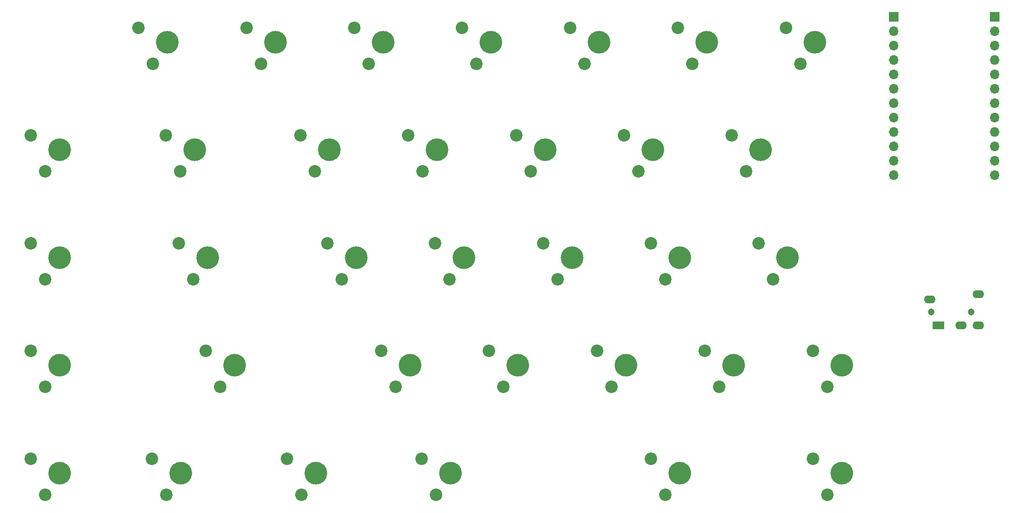
<source format=gbr>
%TF.GenerationSoftware,KiCad,Pcbnew,(6.0.4)*%
%TF.CreationDate,2022-03-31T08:58:10-07:00*%
%TF.ProjectId,hip-factor-3-l,6869702d-6661-4637-946f-722d332d6c2e,rev?*%
%TF.SameCoordinates,Original*%
%TF.FileFunction,Soldermask,Top*%
%TF.FilePolarity,Negative*%
%FSLAX46Y46*%
G04 Gerber Fmt 4.6, Leading zero omitted, Abs format (unit mm)*
G04 Created by KiCad (PCBNEW (6.0.4)) date 2022-03-31 08:58:10*
%MOMM*%
%LPD*%
G01*
G04 APERTURE LIST*
%ADD10C,4.000000*%
%ADD11C,2.200000*%
%ADD12R,1.700000X1.700000*%
%ADD13O,1.700000X1.700000*%
%ADD14C,1.200000*%
%ADD15O,2.000000X1.400000*%
%ADD16R,2.000000X1.400000*%
G04 APERTURE END LIST*
D10*
%TO.C,SW9*%
X64850000Y-59000000D03*
D11*
X59770000Y-56460000D03*
X62310000Y-62810000D03*
%TD*%
D10*
%TO.C,SW25*%
X121750000Y-97000000D03*
D11*
X116670000Y-94460000D03*
X119210000Y-100810000D03*
%TD*%
D10*
%TO.C,SW10*%
X88500000Y-59000000D03*
D11*
X83420000Y-56460000D03*
X85960000Y-62810000D03*
%TD*%
D10*
%TO.C,SW13*%
X145500000Y-59000000D03*
D11*
X140420000Y-56460000D03*
X142960000Y-62810000D03*
%TD*%
D10*
%TO.C,SW5*%
X136000000Y-40000000D03*
D11*
X130920000Y-37460000D03*
X133460000Y-43810000D03*
%TD*%
D10*
%TO.C,SW34*%
X178750000Y-116000000D03*
D11*
X173670000Y-113460000D03*
X176210000Y-119810000D03*
%TD*%
D10*
%TO.C,SW8*%
X41000000Y-59000000D03*
D11*
X35920000Y-56460000D03*
X38460000Y-62810000D03*
%TD*%
D10*
%TO.C,SW18*%
X112250000Y-78000000D03*
D11*
X107170000Y-75460000D03*
X109710000Y-81810000D03*
%TD*%
D10*
%TO.C,SW32*%
X109875000Y-116000000D03*
D11*
X104795000Y-113460000D03*
X107335000Y-119810000D03*
%TD*%
D10*
%TO.C,SW27*%
X159750000Y-97000000D03*
D11*
X154670000Y-94460000D03*
X157210000Y-100810000D03*
%TD*%
D10*
%TO.C,SW1*%
X60000000Y-40000000D03*
D11*
X54920000Y-37460000D03*
X57460000Y-43810000D03*
%TD*%
D10*
%TO.C,SW21*%
X169250000Y-78000000D03*
D11*
X164170000Y-75460000D03*
X166710000Y-81810000D03*
%TD*%
D10*
%TO.C,SW17*%
X93250000Y-78000000D03*
D11*
X88170000Y-75460000D03*
X90710000Y-81810000D03*
%TD*%
D10*
%TO.C,SW14*%
X164500000Y-59000000D03*
D11*
X159420000Y-56460000D03*
X161960000Y-62810000D03*
%TD*%
D12*
%TO.C,J1*%
X205740000Y-35560000D03*
D13*
X205740000Y-38100000D03*
X205740000Y-40640000D03*
X205740000Y-43180000D03*
X205740000Y-45720000D03*
X205740000Y-48260000D03*
X205740000Y-50800000D03*
X205740000Y-53340000D03*
X205740000Y-55880000D03*
X205740000Y-58420000D03*
X205740000Y-60960000D03*
X205740000Y-63500000D03*
%TD*%
D10*
%TO.C,SW29*%
X41000000Y-116000000D03*
D11*
X35920000Y-113460000D03*
X38460000Y-119810000D03*
%TD*%
D10*
%TO.C,SW31*%
X86125000Y-116000000D03*
D11*
X81045000Y-113460000D03*
X83585000Y-119810000D03*
%TD*%
D10*
%TO.C,SW23*%
X71875000Y-97000000D03*
D11*
X66795000Y-94460000D03*
X69335000Y-100810000D03*
%TD*%
D10*
%TO.C,SW12*%
X126500000Y-59000000D03*
D11*
X121420000Y-56460000D03*
X123960000Y-62810000D03*
%TD*%
D10*
%TO.C,SW19*%
X131250000Y-78000000D03*
D11*
X126170000Y-75460000D03*
X128710000Y-81810000D03*
%TD*%
D10*
%TO.C,SW2*%
X79000000Y-40000000D03*
D11*
X73920000Y-37460000D03*
X76460000Y-43810000D03*
%TD*%
D10*
%TO.C,SW16*%
X67125000Y-78000000D03*
D11*
X62045000Y-75460000D03*
X64585000Y-81810000D03*
%TD*%
D10*
%TO.C,SW26*%
X140750000Y-97000000D03*
D11*
X135670000Y-94460000D03*
X138210000Y-100810000D03*
%TD*%
D10*
%TO.C,SW7*%
X174000000Y-40000000D03*
D11*
X168920000Y-37460000D03*
X171460000Y-43810000D03*
%TD*%
D10*
%TO.C,SW20*%
X150250000Y-78000000D03*
D11*
X145170000Y-75460000D03*
X147710000Y-81810000D03*
%TD*%
D10*
%TO.C,SW4*%
X117000000Y-40000000D03*
D11*
X111920000Y-37460000D03*
X114460000Y-43810000D03*
%TD*%
D10*
%TO.C,SW11*%
X107500000Y-59000000D03*
D11*
X102420000Y-56460000D03*
X104960000Y-62810000D03*
%TD*%
D10*
%TO.C,SW33*%
X150250000Y-116000000D03*
D11*
X145170000Y-113460000D03*
X147710000Y-119810000D03*
%TD*%
D10*
%TO.C,SW3*%
X98000000Y-40000000D03*
D11*
X92920000Y-37460000D03*
X95460000Y-43810000D03*
%TD*%
D10*
%TO.C,SW28*%
X178750000Y-97000000D03*
D11*
X173670000Y-94460000D03*
X176210000Y-100810000D03*
%TD*%
D10*
%TO.C,SW15*%
X41000000Y-78000000D03*
D11*
X35920000Y-75460000D03*
X38460000Y-81810000D03*
%TD*%
D10*
%TO.C,SW22*%
X41000000Y-97000000D03*
D11*
X35920000Y-94460000D03*
X38460000Y-100810000D03*
%TD*%
D10*
%TO.C,SW6*%
X155000000Y-40000000D03*
D11*
X149920000Y-37460000D03*
X152460000Y-43810000D03*
%TD*%
D12*
%TO.C,J2*%
X187960000Y-35560000D03*
D13*
X187960000Y-38100000D03*
X187960000Y-40640000D03*
X187960000Y-43180000D03*
X187960000Y-45720000D03*
X187960000Y-48260000D03*
X187960000Y-50800000D03*
X187960000Y-53340000D03*
X187960000Y-55880000D03*
X187960000Y-58420000D03*
X187960000Y-60960000D03*
X187960000Y-63500000D03*
%TD*%
D10*
%TO.C,SW24*%
X102750000Y-97000000D03*
D11*
X97670000Y-94460000D03*
X100210000Y-100810000D03*
%TD*%
D10*
%TO.C,SW30*%
X62375000Y-116000000D03*
D11*
X57295000Y-113460000D03*
X59835000Y-119810000D03*
%TD*%
D14*
%TO.C,J3*%
X194510000Y-87630000D03*
X201510000Y-87630000D03*
D15*
X202810000Y-84430000D03*
X199810000Y-89930000D03*
X202810000Y-89930000D03*
X194310000Y-85430000D03*
D16*
X195810000Y-89930000D03*
%TD*%
M02*

</source>
